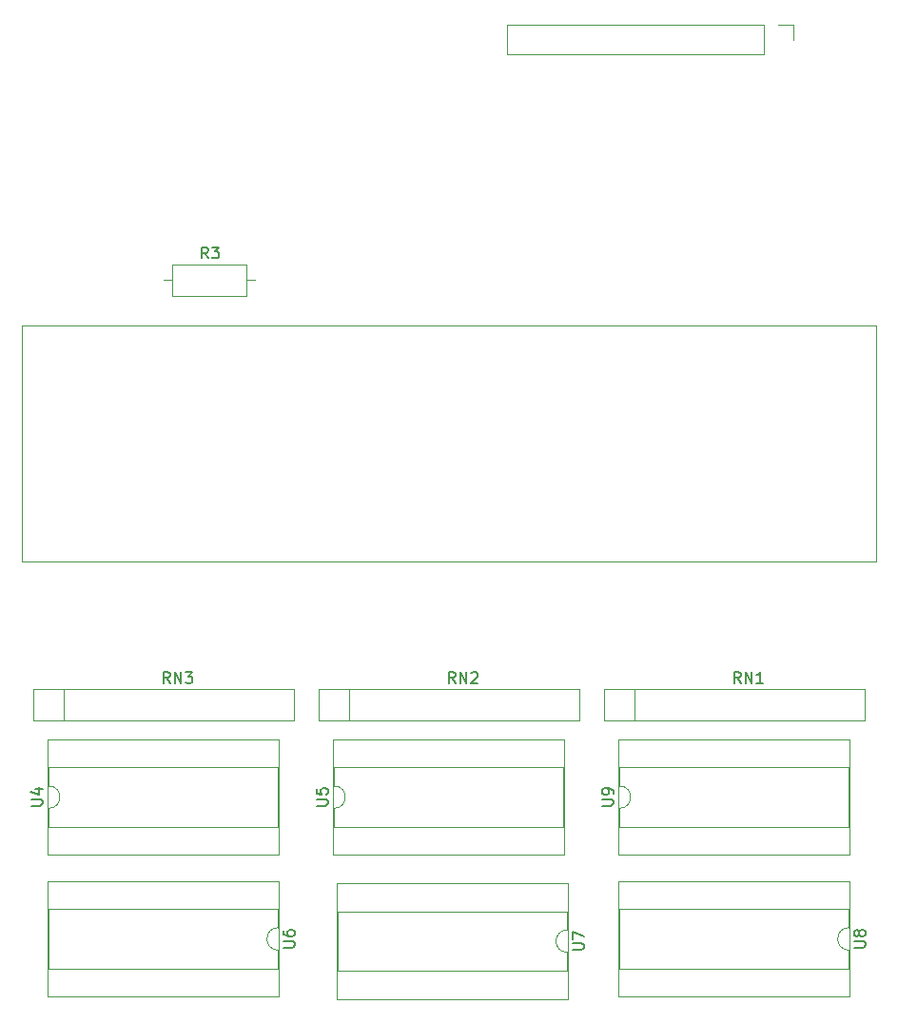
<source format=gbr>
%TF.GenerationSoftware,KiCad,Pcbnew,8.0.3*%
%TF.CreationDate,2024-06-07T18:19:59+12:00*%
%TF.ProjectId,OperationBaldr,4f706572-6174-4696-9f6e-42616c64722e,rev?*%
%TF.SameCoordinates,Original*%
%TF.FileFunction,Legend,Top*%
%TF.FilePolarity,Positive*%
%FSLAX46Y46*%
G04 Gerber Fmt 4.6, Leading zero omitted, Abs format (unit mm)*
G04 Created by KiCad (PCBNEW 8.0.3) date 2024-06-07 18:19:59*
%MOMM*%
%LPD*%
G01*
G04 APERTURE LIST*
%ADD10C,0.153000*%
%ADD11C,0.120000*%
%ADD12C,0.100000*%
G04 APERTURE END LIST*
D10*
X113954663Y-116151904D02*
X114764186Y-116151904D01*
X114764186Y-116151904D02*
X114859424Y-116104285D01*
X114859424Y-116104285D02*
X114907044Y-116056666D01*
X114907044Y-116056666D02*
X114954663Y-115961428D01*
X114954663Y-115961428D02*
X114954663Y-115770952D01*
X114954663Y-115770952D02*
X114907044Y-115675714D01*
X114907044Y-115675714D02*
X114859424Y-115628095D01*
X114859424Y-115628095D02*
X114764186Y-115580476D01*
X114764186Y-115580476D02*
X113954663Y-115580476D01*
X114287996Y-114675714D02*
X114954663Y-114675714D01*
X113907044Y-114913809D02*
X114621329Y-115151904D01*
X114621329Y-115151904D02*
X114621329Y-114532857D01*
X129713333Y-67454663D02*
X129380000Y-66978472D01*
X129141905Y-67454663D02*
X129141905Y-66454663D01*
X129141905Y-66454663D02*
X129522857Y-66454663D01*
X129522857Y-66454663D02*
X129618095Y-66502282D01*
X129618095Y-66502282D02*
X129665714Y-66549901D01*
X129665714Y-66549901D02*
X129713333Y-66645139D01*
X129713333Y-66645139D02*
X129713333Y-66787996D01*
X129713333Y-66787996D02*
X129665714Y-66883234D01*
X129665714Y-66883234D02*
X129618095Y-66930853D01*
X129618095Y-66930853D02*
X129522857Y-66978472D01*
X129522857Y-66978472D02*
X129141905Y-66978472D01*
X130046667Y-66454663D02*
X130665714Y-66454663D01*
X130665714Y-66454663D02*
X130332381Y-66835615D01*
X130332381Y-66835615D02*
X130475238Y-66835615D01*
X130475238Y-66835615D02*
X130570476Y-66883234D01*
X130570476Y-66883234D02*
X130618095Y-66930853D01*
X130618095Y-66930853D02*
X130665714Y-67026091D01*
X130665714Y-67026091D02*
X130665714Y-67264186D01*
X130665714Y-67264186D02*
X130618095Y-67359424D01*
X130618095Y-67359424D02*
X130570476Y-67407044D01*
X130570476Y-67407044D02*
X130475238Y-67454663D01*
X130475238Y-67454663D02*
X130189524Y-67454663D01*
X130189524Y-67454663D02*
X130094286Y-67407044D01*
X130094286Y-67407044D02*
X130046667Y-67359424D01*
X187194663Y-128771904D02*
X188004186Y-128771904D01*
X188004186Y-128771904D02*
X188099424Y-128724285D01*
X188099424Y-128724285D02*
X188147044Y-128676666D01*
X188147044Y-128676666D02*
X188194663Y-128581428D01*
X188194663Y-128581428D02*
X188194663Y-128390952D01*
X188194663Y-128390952D02*
X188147044Y-128295714D01*
X188147044Y-128295714D02*
X188099424Y-128248095D01*
X188099424Y-128248095D02*
X188004186Y-128200476D01*
X188004186Y-128200476D02*
X187194663Y-128200476D01*
X187623234Y-127581428D02*
X187575615Y-127676666D01*
X187575615Y-127676666D02*
X187527996Y-127724285D01*
X187527996Y-127724285D02*
X187432758Y-127771904D01*
X187432758Y-127771904D02*
X187385139Y-127771904D01*
X187385139Y-127771904D02*
X187289901Y-127724285D01*
X187289901Y-127724285D02*
X187242282Y-127676666D01*
X187242282Y-127676666D02*
X187194663Y-127581428D01*
X187194663Y-127581428D02*
X187194663Y-127390952D01*
X187194663Y-127390952D02*
X187242282Y-127295714D01*
X187242282Y-127295714D02*
X187289901Y-127248095D01*
X187289901Y-127248095D02*
X187385139Y-127200476D01*
X187385139Y-127200476D02*
X187432758Y-127200476D01*
X187432758Y-127200476D02*
X187527996Y-127248095D01*
X187527996Y-127248095D02*
X187575615Y-127295714D01*
X187575615Y-127295714D02*
X187623234Y-127390952D01*
X187623234Y-127390952D02*
X187623234Y-127581428D01*
X187623234Y-127581428D02*
X187670853Y-127676666D01*
X187670853Y-127676666D02*
X187718472Y-127724285D01*
X187718472Y-127724285D02*
X187813710Y-127771904D01*
X187813710Y-127771904D02*
X188004186Y-127771904D01*
X188004186Y-127771904D02*
X188099424Y-127724285D01*
X188099424Y-127724285D02*
X188147044Y-127676666D01*
X188147044Y-127676666D02*
X188194663Y-127581428D01*
X188194663Y-127581428D02*
X188194663Y-127390952D01*
X188194663Y-127390952D02*
X188147044Y-127295714D01*
X188147044Y-127295714D02*
X188099424Y-127248095D01*
X188099424Y-127248095D02*
X188004186Y-127200476D01*
X188004186Y-127200476D02*
X187813710Y-127200476D01*
X187813710Y-127200476D02*
X187718472Y-127248095D01*
X187718472Y-127248095D02*
X187670853Y-127295714D01*
X187670853Y-127295714D02*
X187623234Y-127390952D01*
X126294523Y-105254663D02*
X125961190Y-104778472D01*
X125723095Y-105254663D02*
X125723095Y-104254663D01*
X125723095Y-104254663D02*
X126104047Y-104254663D01*
X126104047Y-104254663D02*
X126199285Y-104302282D01*
X126199285Y-104302282D02*
X126246904Y-104349901D01*
X126246904Y-104349901D02*
X126294523Y-104445139D01*
X126294523Y-104445139D02*
X126294523Y-104587996D01*
X126294523Y-104587996D02*
X126246904Y-104683234D01*
X126246904Y-104683234D02*
X126199285Y-104730853D01*
X126199285Y-104730853D02*
X126104047Y-104778472D01*
X126104047Y-104778472D02*
X125723095Y-104778472D01*
X126723095Y-105254663D02*
X126723095Y-104254663D01*
X126723095Y-104254663D02*
X127294523Y-105254663D01*
X127294523Y-105254663D02*
X127294523Y-104254663D01*
X127675476Y-104254663D02*
X128294523Y-104254663D01*
X128294523Y-104254663D02*
X127961190Y-104635615D01*
X127961190Y-104635615D02*
X128104047Y-104635615D01*
X128104047Y-104635615D02*
X128199285Y-104683234D01*
X128199285Y-104683234D02*
X128246904Y-104730853D01*
X128246904Y-104730853D02*
X128294523Y-104826091D01*
X128294523Y-104826091D02*
X128294523Y-105064186D01*
X128294523Y-105064186D02*
X128246904Y-105159424D01*
X128246904Y-105159424D02*
X128199285Y-105207044D01*
X128199285Y-105207044D02*
X128104047Y-105254663D01*
X128104047Y-105254663D02*
X127818333Y-105254663D01*
X127818333Y-105254663D02*
X127723095Y-105207044D01*
X127723095Y-105207044D02*
X127675476Y-105159424D01*
X139354663Y-116151904D02*
X140164186Y-116151904D01*
X140164186Y-116151904D02*
X140259424Y-116104285D01*
X140259424Y-116104285D02*
X140307044Y-116056666D01*
X140307044Y-116056666D02*
X140354663Y-115961428D01*
X140354663Y-115961428D02*
X140354663Y-115770952D01*
X140354663Y-115770952D02*
X140307044Y-115675714D01*
X140307044Y-115675714D02*
X140259424Y-115628095D01*
X140259424Y-115628095D02*
X140164186Y-115580476D01*
X140164186Y-115580476D02*
X139354663Y-115580476D01*
X139354663Y-114628095D02*
X139354663Y-115104285D01*
X139354663Y-115104285D02*
X139830853Y-115151904D01*
X139830853Y-115151904D02*
X139783234Y-115104285D01*
X139783234Y-115104285D02*
X139735615Y-115009047D01*
X139735615Y-115009047D02*
X139735615Y-114770952D01*
X139735615Y-114770952D02*
X139783234Y-114675714D01*
X139783234Y-114675714D02*
X139830853Y-114628095D01*
X139830853Y-114628095D02*
X139926091Y-114580476D01*
X139926091Y-114580476D02*
X140164186Y-114580476D01*
X140164186Y-114580476D02*
X140259424Y-114628095D01*
X140259424Y-114628095D02*
X140307044Y-114675714D01*
X140307044Y-114675714D02*
X140354663Y-114770952D01*
X140354663Y-114770952D02*
X140354663Y-115009047D01*
X140354663Y-115009047D02*
X140307044Y-115104285D01*
X140307044Y-115104285D02*
X140259424Y-115151904D01*
X177094523Y-105254663D02*
X176761190Y-104778472D01*
X176523095Y-105254663D02*
X176523095Y-104254663D01*
X176523095Y-104254663D02*
X176904047Y-104254663D01*
X176904047Y-104254663D02*
X176999285Y-104302282D01*
X176999285Y-104302282D02*
X177046904Y-104349901D01*
X177046904Y-104349901D02*
X177094523Y-104445139D01*
X177094523Y-104445139D02*
X177094523Y-104587996D01*
X177094523Y-104587996D02*
X177046904Y-104683234D01*
X177046904Y-104683234D02*
X176999285Y-104730853D01*
X176999285Y-104730853D02*
X176904047Y-104778472D01*
X176904047Y-104778472D02*
X176523095Y-104778472D01*
X177523095Y-105254663D02*
X177523095Y-104254663D01*
X177523095Y-104254663D02*
X178094523Y-105254663D01*
X178094523Y-105254663D02*
X178094523Y-104254663D01*
X179094523Y-105254663D02*
X178523095Y-105254663D01*
X178808809Y-105254663D02*
X178808809Y-104254663D01*
X178808809Y-104254663D02*
X178713571Y-104397520D01*
X178713571Y-104397520D02*
X178618333Y-104492758D01*
X178618333Y-104492758D02*
X178523095Y-104540377D01*
X136394663Y-128771904D02*
X137204186Y-128771904D01*
X137204186Y-128771904D02*
X137299424Y-128724285D01*
X137299424Y-128724285D02*
X137347044Y-128676666D01*
X137347044Y-128676666D02*
X137394663Y-128581428D01*
X137394663Y-128581428D02*
X137394663Y-128390952D01*
X137394663Y-128390952D02*
X137347044Y-128295714D01*
X137347044Y-128295714D02*
X137299424Y-128248095D01*
X137299424Y-128248095D02*
X137204186Y-128200476D01*
X137204186Y-128200476D02*
X136394663Y-128200476D01*
X136394663Y-127295714D02*
X136394663Y-127486190D01*
X136394663Y-127486190D02*
X136442282Y-127581428D01*
X136442282Y-127581428D02*
X136489901Y-127629047D01*
X136489901Y-127629047D02*
X136632758Y-127724285D01*
X136632758Y-127724285D02*
X136823234Y-127771904D01*
X136823234Y-127771904D02*
X137204186Y-127771904D01*
X137204186Y-127771904D02*
X137299424Y-127724285D01*
X137299424Y-127724285D02*
X137347044Y-127676666D01*
X137347044Y-127676666D02*
X137394663Y-127581428D01*
X137394663Y-127581428D02*
X137394663Y-127390952D01*
X137394663Y-127390952D02*
X137347044Y-127295714D01*
X137347044Y-127295714D02*
X137299424Y-127248095D01*
X137299424Y-127248095D02*
X137204186Y-127200476D01*
X137204186Y-127200476D02*
X136966091Y-127200476D01*
X136966091Y-127200476D02*
X136870853Y-127248095D01*
X136870853Y-127248095D02*
X136823234Y-127295714D01*
X136823234Y-127295714D02*
X136775615Y-127390952D01*
X136775615Y-127390952D02*
X136775615Y-127581428D01*
X136775615Y-127581428D02*
X136823234Y-127676666D01*
X136823234Y-127676666D02*
X136870853Y-127724285D01*
X136870853Y-127724285D02*
X136966091Y-127771904D01*
X162124663Y-128971904D02*
X162934186Y-128971904D01*
X162934186Y-128971904D02*
X163029424Y-128924285D01*
X163029424Y-128924285D02*
X163077044Y-128876666D01*
X163077044Y-128876666D02*
X163124663Y-128781428D01*
X163124663Y-128781428D02*
X163124663Y-128590952D01*
X163124663Y-128590952D02*
X163077044Y-128495714D01*
X163077044Y-128495714D02*
X163029424Y-128448095D01*
X163029424Y-128448095D02*
X162934186Y-128400476D01*
X162934186Y-128400476D02*
X162124663Y-128400476D01*
X162124663Y-128019523D02*
X162124663Y-127352857D01*
X162124663Y-127352857D02*
X163124663Y-127781428D01*
X164754663Y-116151904D02*
X165564186Y-116151904D01*
X165564186Y-116151904D02*
X165659424Y-116104285D01*
X165659424Y-116104285D02*
X165707044Y-116056666D01*
X165707044Y-116056666D02*
X165754663Y-115961428D01*
X165754663Y-115961428D02*
X165754663Y-115770952D01*
X165754663Y-115770952D02*
X165707044Y-115675714D01*
X165707044Y-115675714D02*
X165659424Y-115628095D01*
X165659424Y-115628095D02*
X165564186Y-115580476D01*
X165564186Y-115580476D02*
X164754663Y-115580476D01*
X165754663Y-115056666D02*
X165754663Y-114866190D01*
X165754663Y-114866190D02*
X165707044Y-114770952D01*
X165707044Y-114770952D02*
X165659424Y-114723333D01*
X165659424Y-114723333D02*
X165516567Y-114628095D01*
X165516567Y-114628095D02*
X165326091Y-114580476D01*
X165326091Y-114580476D02*
X164945139Y-114580476D01*
X164945139Y-114580476D02*
X164849901Y-114628095D01*
X164849901Y-114628095D02*
X164802282Y-114675714D01*
X164802282Y-114675714D02*
X164754663Y-114770952D01*
X164754663Y-114770952D02*
X164754663Y-114961428D01*
X164754663Y-114961428D02*
X164802282Y-115056666D01*
X164802282Y-115056666D02*
X164849901Y-115104285D01*
X164849901Y-115104285D02*
X164945139Y-115151904D01*
X164945139Y-115151904D02*
X165183234Y-115151904D01*
X165183234Y-115151904D02*
X165278472Y-115104285D01*
X165278472Y-115104285D02*
X165326091Y-115056666D01*
X165326091Y-115056666D02*
X165373710Y-114961428D01*
X165373710Y-114961428D02*
X165373710Y-114770952D01*
X165373710Y-114770952D02*
X165326091Y-114675714D01*
X165326091Y-114675714D02*
X165278472Y-114628095D01*
X165278472Y-114628095D02*
X165183234Y-114580476D01*
X151694523Y-105254663D02*
X151361190Y-104778472D01*
X151123095Y-105254663D02*
X151123095Y-104254663D01*
X151123095Y-104254663D02*
X151504047Y-104254663D01*
X151504047Y-104254663D02*
X151599285Y-104302282D01*
X151599285Y-104302282D02*
X151646904Y-104349901D01*
X151646904Y-104349901D02*
X151694523Y-104445139D01*
X151694523Y-104445139D02*
X151694523Y-104587996D01*
X151694523Y-104587996D02*
X151646904Y-104683234D01*
X151646904Y-104683234D02*
X151599285Y-104730853D01*
X151599285Y-104730853D02*
X151504047Y-104778472D01*
X151504047Y-104778472D02*
X151123095Y-104778472D01*
X152123095Y-105254663D02*
X152123095Y-104254663D01*
X152123095Y-104254663D02*
X152694523Y-105254663D01*
X152694523Y-105254663D02*
X152694523Y-104254663D01*
X153123095Y-104349901D02*
X153170714Y-104302282D01*
X153170714Y-104302282D02*
X153265952Y-104254663D01*
X153265952Y-104254663D02*
X153504047Y-104254663D01*
X153504047Y-104254663D02*
X153599285Y-104302282D01*
X153599285Y-104302282D02*
X153646904Y-104349901D01*
X153646904Y-104349901D02*
X153694523Y-104445139D01*
X153694523Y-104445139D02*
X153694523Y-104540377D01*
X153694523Y-104540377D02*
X153646904Y-104683234D01*
X153646904Y-104683234D02*
X153075476Y-105254663D01*
X153075476Y-105254663D02*
X153694523Y-105254663D01*
D11*
%TO.C,J1*%
X181790000Y-46670000D02*
X181790000Y-48000000D01*
X180460000Y-46670000D02*
X181790000Y-46670000D01*
X179190000Y-46670000D02*
X156270000Y-46670000D01*
X179190000Y-46670000D02*
X179190000Y-49330000D01*
X156270000Y-46670000D02*
X156270000Y-49330000D01*
X179190000Y-49330000D02*
X156270000Y-49330000D01*
%TO.C,U4*%
X115440000Y-110250000D02*
X115440000Y-120530000D01*
X115440000Y-120530000D02*
X136000000Y-120530000D01*
X115500000Y-112740000D02*
X115500000Y-114390000D01*
X115500000Y-116390000D02*
X115500000Y-118040000D01*
X115500000Y-118040000D02*
X135940000Y-118040000D01*
X135940000Y-112740000D02*
X115500000Y-112740000D01*
X135940000Y-118040000D02*
X135940000Y-112740000D01*
X136000000Y-110250000D02*
X115440000Y-110250000D01*
X136000000Y-120530000D02*
X136000000Y-110250000D01*
X115500000Y-114390000D02*
G75*
G02*
X115500000Y-116390000I0J-1000000D01*
G01*
%TO.C,U10*%
D12*
X113130000Y-73425000D02*
X189130000Y-73425000D01*
X189130000Y-94425000D01*
X113130000Y-94425000D01*
X113130000Y-73425000D01*
D11*
%TO.C,R3*%
X125760000Y-69400000D02*
X126530000Y-69400000D01*
X126530000Y-68030000D02*
X126530000Y-70770000D01*
X126530000Y-70770000D02*
X133070000Y-70770000D01*
X133070000Y-68030000D02*
X126530000Y-68030000D01*
X133070000Y-70770000D02*
X133070000Y-68030000D01*
X133840000Y-69400000D02*
X133070000Y-69400000D01*
%TO.C,U8*%
X166240000Y-122870000D02*
X166240000Y-133150000D01*
X166240000Y-133150000D02*
X186800000Y-133150000D01*
X166300000Y-125360000D02*
X166300000Y-130660000D01*
X166300000Y-130660000D02*
X186740000Y-130660000D01*
X186740000Y-125360000D02*
X166300000Y-125360000D01*
X186740000Y-127010000D02*
X186740000Y-125360000D01*
X186740000Y-130660000D02*
X186740000Y-129010000D01*
X186800000Y-122870000D02*
X166240000Y-122870000D01*
X186800000Y-133150000D02*
X186800000Y-122870000D01*
X186740000Y-129010000D02*
G75*
G02*
X186740000Y-127010000I0J1000000D01*
G01*
%TO.C,RN3*%
X114115000Y-105800000D02*
X114115000Y-108600000D01*
X114115000Y-108600000D02*
X137315000Y-108600000D01*
X116825000Y-105800000D02*
X116825000Y-108600000D01*
X137315000Y-105800000D02*
X114115000Y-105800000D01*
X137315000Y-108600000D02*
X137315000Y-105800000D01*
%TO.C,U5*%
X140840000Y-110250000D02*
X140840000Y-120530000D01*
X140840000Y-120530000D02*
X161400000Y-120530000D01*
X140900000Y-112740000D02*
X140900000Y-114390000D01*
X140900000Y-116390000D02*
X140900000Y-118040000D01*
X140900000Y-118040000D02*
X161340000Y-118040000D01*
X161340000Y-112740000D02*
X140900000Y-112740000D01*
X161340000Y-118040000D02*
X161340000Y-112740000D01*
X161400000Y-110250000D02*
X140840000Y-110250000D01*
X161400000Y-120530000D02*
X161400000Y-110250000D01*
X140900000Y-114390000D02*
G75*
G02*
X140900000Y-116390000I0J-1000000D01*
G01*
%TO.C,RN1*%
X164915000Y-105800000D02*
X164915000Y-108600000D01*
X164915000Y-108600000D02*
X188115000Y-108600000D01*
X167625000Y-105800000D02*
X167625000Y-108600000D01*
X188115000Y-105800000D02*
X164915000Y-105800000D01*
X188115000Y-108600000D02*
X188115000Y-105800000D01*
%TO.C,U6*%
X115440000Y-122870000D02*
X115440000Y-133150000D01*
X115440000Y-133150000D02*
X136000000Y-133150000D01*
X115500000Y-125360000D02*
X115500000Y-130660000D01*
X115500000Y-130660000D02*
X135940000Y-130660000D01*
X135940000Y-125360000D02*
X115500000Y-125360000D01*
X135940000Y-127010000D02*
X135940000Y-125360000D01*
X135940000Y-130660000D02*
X135940000Y-129010000D01*
X136000000Y-122870000D02*
X115440000Y-122870000D01*
X136000000Y-133150000D02*
X136000000Y-122870000D01*
X135940000Y-129010000D02*
G75*
G02*
X135940000Y-127010000I0J1000000D01*
G01*
%TO.C,U7*%
X141170000Y-123070000D02*
X141170000Y-133350000D01*
X141170000Y-133350000D02*
X161730000Y-133350000D01*
X141230000Y-125560000D02*
X141230000Y-130860000D01*
X141230000Y-130860000D02*
X161670000Y-130860000D01*
X161670000Y-125560000D02*
X141230000Y-125560000D01*
X161670000Y-127210000D02*
X161670000Y-125560000D01*
X161670000Y-130860000D02*
X161670000Y-129210000D01*
X161730000Y-123070000D02*
X141170000Y-123070000D01*
X161730000Y-133350000D02*
X161730000Y-123070000D01*
X161670000Y-129210000D02*
G75*
G02*
X161670000Y-127210000I0J1000000D01*
G01*
%TO.C,U9*%
X166240000Y-110250000D02*
X166240000Y-120530000D01*
X166240000Y-120530000D02*
X186800000Y-120530000D01*
X166300000Y-112740000D02*
X166300000Y-114390000D01*
X166300000Y-116390000D02*
X166300000Y-118040000D01*
X166300000Y-118040000D02*
X186740000Y-118040000D01*
X186740000Y-112740000D02*
X166300000Y-112740000D01*
X186740000Y-118040000D02*
X186740000Y-112740000D01*
X186800000Y-110250000D02*
X166240000Y-110250000D01*
X186800000Y-120530000D02*
X186800000Y-110250000D01*
X166300000Y-114390000D02*
G75*
G02*
X166300000Y-116390000I0J-1000000D01*
G01*
%TO.C,RN2*%
X139515000Y-105800000D02*
X139515000Y-108600000D01*
X139515000Y-108600000D02*
X162715000Y-108600000D01*
X142225000Y-105800000D02*
X142225000Y-108600000D01*
X162715000Y-105800000D02*
X139515000Y-105800000D01*
X162715000Y-108600000D02*
X162715000Y-105800000D01*
%TD*%
M02*

</source>
